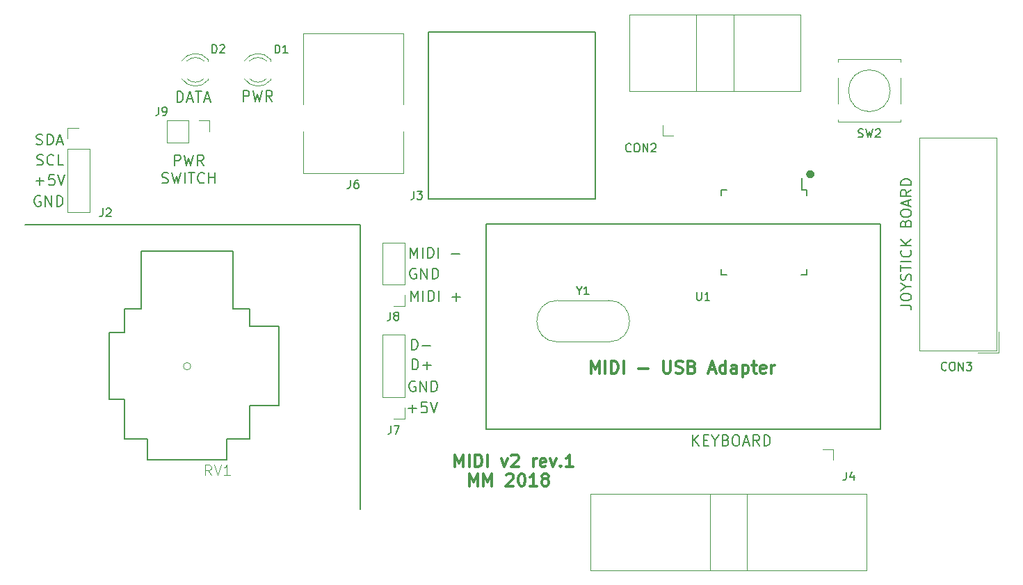
<source format=gbr>
G04 #@! TF.GenerationSoftware,KiCad,Pcbnew,5.0.0-fee4fd1~66~ubuntu18.04.1*
G04 #@! TF.CreationDate,2018-10-11T22:40:23+02:00*
G04 #@! TF.ProjectId,midi-v2-circuit,6D6964692D76322D636972637569742E,rev?*
G04 #@! TF.SameCoordinates,Original*
G04 #@! TF.FileFunction,Legend,Top*
G04 #@! TF.FilePolarity,Positive*
%FSLAX46Y46*%
G04 Gerber Fmt 4.6, Leading zero omitted, Abs format (unit mm)*
G04 Created by KiCad (PCBNEW 5.0.0-fee4fd1~66~ubuntu18.04.1) date Thu Oct 11 22:40:23 2018*
%MOMM*%
%LPD*%
G01*
G04 APERTURE LIST*
%ADD10C,0.200000*%
%ADD11C,1.000000*%
%ADD12C,0.300000*%
%ADD13C,0.203200*%
%ADD14C,0.101600*%
%ADD15C,0.120000*%
%ADD16C,0.150000*%
G04 APERTURE END LIST*
D10*
X183895295Y-87063123D02*
X184823866Y-87063123D01*
X185009580Y-87125028D01*
X185133390Y-87248838D01*
X185195295Y-87434552D01*
X185195295Y-87558361D01*
X183895295Y-86196457D02*
X183895295Y-85948838D01*
X183957200Y-85825028D01*
X184081009Y-85701219D01*
X184328628Y-85639314D01*
X184761961Y-85639314D01*
X185009580Y-85701219D01*
X185133390Y-85825028D01*
X185195295Y-85948838D01*
X185195295Y-86196457D01*
X185133390Y-86320266D01*
X185009580Y-86444076D01*
X184761961Y-86505980D01*
X184328628Y-86505980D01*
X184081009Y-86444076D01*
X183957200Y-86320266D01*
X183895295Y-86196457D01*
X184576247Y-84834552D02*
X185195295Y-84834552D01*
X183895295Y-85267885D02*
X184576247Y-84834552D01*
X183895295Y-84401219D01*
X185133390Y-84029790D02*
X185195295Y-83844076D01*
X185195295Y-83534552D01*
X185133390Y-83410742D01*
X185071485Y-83348838D01*
X184947676Y-83286933D01*
X184823866Y-83286933D01*
X184700057Y-83348838D01*
X184638152Y-83410742D01*
X184576247Y-83534552D01*
X184514342Y-83782171D01*
X184452438Y-83905980D01*
X184390533Y-83967885D01*
X184266723Y-84029790D01*
X184142914Y-84029790D01*
X184019104Y-83967885D01*
X183957200Y-83905980D01*
X183895295Y-83782171D01*
X183895295Y-83472647D01*
X183957200Y-83286933D01*
X183895295Y-82915504D02*
X183895295Y-82172647D01*
X185195295Y-82544076D02*
X183895295Y-82544076D01*
X185195295Y-81739314D02*
X183895295Y-81739314D01*
X185071485Y-80377409D02*
X185133390Y-80439314D01*
X185195295Y-80625028D01*
X185195295Y-80748838D01*
X185133390Y-80934552D01*
X185009580Y-81058361D01*
X184885771Y-81120266D01*
X184638152Y-81182171D01*
X184452438Y-81182171D01*
X184204819Y-81120266D01*
X184081009Y-81058361D01*
X183957200Y-80934552D01*
X183895295Y-80748838D01*
X183895295Y-80625028D01*
X183957200Y-80439314D01*
X184019104Y-80377409D01*
X185195295Y-79820266D02*
X183895295Y-79820266D01*
X185195295Y-79077409D02*
X184452438Y-79634552D01*
X183895295Y-79077409D02*
X184638152Y-79820266D01*
X184514342Y-77096457D02*
X184576247Y-76910742D01*
X184638152Y-76848838D01*
X184761961Y-76786933D01*
X184947676Y-76786933D01*
X185071485Y-76848838D01*
X185133390Y-76910742D01*
X185195295Y-77034552D01*
X185195295Y-77529790D01*
X183895295Y-77529790D01*
X183895295Y-77096457D01*
X183957200Y-76972647D01*
X184019104Y-76910742D01*
X184142914Y-76848838D01*
X184266723Y-76848838D01*
X184390533Y-76910742D01*
X184452438Y-76972647D01*
X184514342Y-77096457D01*
X184514342Y-77529790D01*
X183895295Y-75982171D02*
X183895295Y-75734552D01*
X183957200Y-75610742D01*
X184081009Y-75486933D01*
X184328628Y-75425028D01*
X184761961Y-75425028D01*
X185009580Y-75486933D01*
X185133390Y-75610742D01*
X185195295Y-75734552D01*
X185195295Y-75982171D01*
X185133390Y-76105980D01*
X185009580Y-76229790D01*
X184761961Y-76291695D01*
X184328628Y-76291695D01*
X184081009Y-76229790D01*
X183957200Y-76105980D01*
X183895295Y-75982171D01*
X184823866Y-74929790D02*
X184823866Y-74310742D01*
X185195295Y-75053600D02*
X183895295Y-74620266D01*
X185195295Y-74186933D01*
X185195295Y-73010742D02*
X184576247Y-73444076D01*
X185195295Y-73753600D02*
X183895295Y-73753600D01*
X183895295Y-73258361D01*
X183957200Y-73134552D01*
X184019104Y-73072647D01*
X184142914Y-73010742D01*
X184328628Y-73010742D01*
X184452438Y-73072647D01*
X184514342Y-73134552D01*
X184576247Y-73258361D01*
X184576247Y-73753600D01*
X185195295Y-72453600D02*
X183895295Y-72453600D01*
X183895295Y-72144076D01*
X183957200Y-71958361D01*
X184081009Y-71834552D01*
X184204819Y-71772647D01*
X184452438Y-71710742D01*
X184638152Y-71710742D01*
X184885771Y-71772647D01*
X185009580Y-71834552D01*
X185133390Y-71958361D01*
X185195295Y-72144076D01*
X185195295Y-72453600D01*
X158597390Y-104169295D02*
X158597390Y-102869295D01*
X159340247Y-104169295D02*
X158783104Y-103426438D01*
X159340247Y-102869295D02*
X158597390Y-103612152D01*
X159897390Y-103488342D02*
X160330723Y-103488342D01*
X160516438Y-104169295D02*
X159897390Y-104169295D01*
X159897390Y-102869295D01*
X160516438Y-102869295D01*
X161321200Y-103550247D02*
X161321200Y-104169295D01*
X160887866Y-102869295D02*
X161321200Y-103550247D01*
X161754533Y-102869295D01*
X162621200Y-103488342D02*
X162806914Y-103550247D01*
X162868819Y-103612152D01*
X162930723Y-103735961D01*
X162930723Y-103921676D01*
X162868819Y-104045485D01*
X162806914Y-104107390D01*
X162683104Y-104169295D01*
X162187866Y-104169295D01*
X162187866Y-102869295D01*
X162621200Y-102869295D01*
X162745009Y-102931200D01*
X162806914Y-102993104D01*
X162868819Y-103116914D01*
X162868819Y-103240723D01*
X162806914Y-103364533D01*
X162745009Y-103426438D01*
X162621200Y-103488342D01*
X162187866Y-103488342D01*
X163735485Y-102869295D02*
X163983104Y-102869295D01*
X164106914Y-102931200D01*
X164230723Y-103055009D01*
X164292628Y-103302628D01*
X164292628Y-103735961D01*
X164230723Y-103983580D01*
X164106914Y-104107390D01*
X163983104Y-104169295D01*
X163735485Y-104169295D01*
X163611676Y-104107390D01*
X163487866Y-103983580D01*
X163425961Y-103735961D01*
X163425961Y-103302628D01*
X163487866Y-103055009D01*
X163611676Y-102931200D01*
X163735485Y-102869295D01*
X164787866Y-103797866D02*
X165406914Y-103797866D01*
X164664057Y-104169295D02*
X165097390Y-102869295D01*
X165530723Y-104169295D01*
X166706914Y-104169295D02*
X166273580Y-103550247D01*
X165964057Y-104169295D02*
X165964057Y-102869295D01*
X166459295Y-102869295D01*
X166583104Y-102931200D01*
X166645009Y-102993104D01*
X166706914Y-103116914D01*
X166706914Y-103302628D01*
X166645009Y-103426438D01*
X166583104Y-103488342D01*
X166459295Y-103550247D01*
X165964057Y-103550247D01*
X167264057Y-104169295D02*
X167264057Y-102869295D01*
X167573580Y-102869295D01*
X167759295Y-102931200D01*
X167883104Y-103055009D01*
X167945009Y-103178819D01*
X168006914Y-103426438D01*
X168006914Y-103612152D01*
X167945009Y-103859771D01*
X167883104Y-103983580D01*
X167759295Y-104107390D01*
X167573580Y-104169295D01*
X167264057Y-104169295D01*
X124277019Y-86567095D02*
X124277019Y-85267095D01*
X124710352Y-86195666D01*
X125143685Y-85267095D01*
X125143685Y-86567095D01*
X125762733Y-86567095D02*
X125762733Y-85267095D01*
X126381780Y-86567095D02*
X126381780Y-85267095D01*
X126691304Y-85267095D01*
X126877019Y-85329000D01*
X127000828Y-85452809D01*
X127062733Y-85576619D01*
X127124638Y-85824238D01*
X127124638Y-86009952D01*
X127062733Y-86257571D01*
X127000828Y-86381380D01*
X126877019Y-86505190D01*
X126691304Y-86567095D01*
X126381780Y-86567095D01*
X127681780Y-86567095D02*
X127681780Y-85267095D01*
X129291304Y-86071857D02*
X130281780Y-86071857D01*
X129786542Y-86567095D02*
X129786542Y-85576619D01*
X124200819Y-81334695D02*
X124200819Y-80034695D01*
X124634152Y-80963266D01*
X125067485Y-80034695D01*
X125067485Y-81334695D01*
X125686533Y-81334695D02*
X125686533Y-80034695D01*
X126305580Y-81334695D02*
X126305580Y-80034695D01*
X126615104Y-80034695D01*
X126800819Y-80096600D01*
X126924628Y-80220409D01*
X126986533Y-80344219D01*
X127048438Y-80591838D01*
X127048438Y-80777552D01*
X126986533Y-81025171D01*
X126924628Y-81148980D01*
X126800819Y-81272790D01*
X126615104Y-81334695D01*
X126305580Y-81334695D01*
X127605580Y-81334695D02*
X127605580Y-80034695D01*
X129215104Y-80839457D02*
X130205580Y-80839457D01*
X124891923Y-82628400D02*
X124768114Y-82566495D01*
X124582400Y-82566495D01*
X124396685Y-82628400D01*
X124272876Y-82752209D01*
X124210971Y-82876019D01*
X124149066Y-83123638D01*
X124149066Y-83309352D01*
X124210971Y-83556971D01*
X124272876Y-83680780D01*
X124396685Y-83804590D01*
X124582400Y-83866495D01*
X124706209Y-83866495D01*
X124891923Y-83804590D01*
X124953828Y-83742685D01*
X124953828Y-83309352D01*
X124706209Y-83309352D01*
X125510971Y-83866495D02*
X125510971Y-82566495D01*
X126253828Y-83866495D01*
X126253828Y-82566495D01*
X126872876Y-83866495D02*
X126872876Y-82566495D01*
X127182400Y-82566495D01*
X127368114Y-82628400D01*
X127491923Y-82752209D01*
X127553828Y-82876019D01*
X127615733Y-83123638D01*
X127615733Y-83309352D01*
X127553828Y-83556971D01*
X127491923Y-83680780D01*
X127368114Y-83804590D01*
X127182400Y-83866495D01*
X126872876Y-83866495D01*
X124790323Y-96344400D02*
X124666514Y-96282495D01*
X124480800Y-96282495D01*
X124295085Y-96344400D01*
X124171276Y-96468209D01*
X124109371Y-96592019D01*
X124047466Y-96839638D01*
X124047466Y-97025352D01*
X124109371Y-97272971D01*
X124171276Y-97396780D01*
X124295085Y-97520590D01*
X124480800Y-97582495D01*
X124604609Y-97582495D01*
X124790323Y-97520590D01*
X124852228Y-97458685D01*
X124852228Y-97025352D01*
X124604609Y-97025352D01*
X125409371Y-97582495D02*
X125409371Y-96282495D01*
X126152228Y-97582495D01*
X126152228Y-96282495D01*
X126771276Y-97582495D02*
X126771276Y-96282495D01*
X127080800Y-96282495D01*
X127266514Y-96344400D01*
X127390323Y-96468209D01*
X127452228Y-96592019D01*
X127514133Y-96839638D01*
X127514133Y-97025352D01*
X127452228Y-97272971D01*
X127390323Y-97396780D01*
X127266514Y-97520590D01*
X127080800Y-97582495D01*
X126771276Y-97582495D01*
X123982371Y-99652657D02*
X124972847Y-99652657D01*
X124477609Y-100147895D02*
X124477609Y-99157419D01*
X126210942Y-98847895D02*
X125591895Y-98847895D01*
X125529990Y-99466942D01*
X125591895Y-99405038D01*
X125715704Y-99343133D01*
X126025228Y-99343133D01*
X126149038Y-99405038D01*
X126210942Y-99466942D01*
X126272847Y-99590752D01*
X126272847Y-99900276D01*
X126210942Y-100024085D01*
X126149038Y-100085990D01*
X126025228Y-100147895D01*
X125715704Y-100147895D01*
X125591895Y-100085990D01*
X125529990Y-100024085D01*
X126644276Y-98847895D02*
X127077609Y-100147895D01*
X127510942Y-98847895D01*
X124432361Y-94898295D02*
X124432361Y-93598295D01*
X124741885Y-93598295D01*
X124927600Y-93660200D01*
X125051409Y-93784009D01*
X125113314Y-93907819D01*
X125175219Y-94155438D01*
X125175219Y-94341152D01*
X125113314Y-94588771D01*
X125051409Y-94712580D01*
X124927600Y-94836390D01*
X124741885Y-94898295D01*
X124432361Y-94898295D01*
X125732361Y-94403057D02*
X126722838Y-94403057D01*
X126227600Y-94898295D02*
X126227600Y-93907819D01*
X124381561Y-92510695D02*
X124381561Y-91210695D01*
X124691085Y-91210695D01*
X124876800Y-91272600D01*
X125000609Y-91396409D01*
X125062514Y-91520219D01*
X125124419Y-91767838D01*
X125124419Y-91953552D01*
X125062514Y-92201171D01*
X125000609Y-92324980D01*
X124876800Y-92448790D01*
X124691085Y-92510695D01*
X124381561Y-92510695D01*
X125681561Y-92015457D02*
X126672038Y-92015457D01*
X95497866Y-70074295D02*
X95497866Y-68774295D01*
X95993104Y-68774295D01*
X96116914Y-68836200D01*
X96178819Y-68898104D01*
X96240723Y-69021914D01*
X96240723Y-69207628D01*
X96178819Y-69331438D01*
X96116914Y-69393342D01*
X95993104Y-69455247D01*
X95497866Y-69455247D01*
X96674057Y-68774295D02*
X96983580Y-70074295D01*
X97231200Y-69145723D01*
X97478819Y-70074295D01*
X97788342Y-68774295D01*
X99026438Y-70074295D02*
X98593104Y-69455247D01*
X98283580Y-70074295D02*
X98283580Y-68774295D01*
X98778819Y-68774295D01*
X98902628Y-68836200D01*
X98964533Y-68898104D01*
X99026438Y-69021914D01*
X99026438Y-69207628D01*
X98964533Y-69331438D01*
X98902628Y-69393342D01*
X98778819Y-69455247D01*
X98283580Y-69455247D01*
X93981200Y-72162390D02*
X94166914Y-72224295D01*
X94476438Y-72224295D01*
X94600247Y-72162390D01*
X94662152Y-72100485D01*
X94724057Y-71976676D01*
X94724057Y-71852866D01*
X94662152Y-71729057D01*
X94600247Y-71667152D01*
X94476438Y-71605247D01*
X94228819Y-71543342D01*
X94105009Y-71481438D01*
X94043104Y-71419533D01*
X93981200Y-71295723D01*
X93981200Y-71171914D01*
X94043104Y-71048104D01*
X94105009Y-70986200D01*
X94228819Y-70924295D01*
X94538342Y-70924295D01*
X94724057Y-70986200D01*
X95157390Y-70924295D02*
X95466914Y-72224295D01*
X95714533Y-71295723D01*
X95962152Y-72224295D01*
X96271676Y-70924295D01*
X96766914Y-72224295D02*
X96766914Y-70924295D01*
X97200247Y-70924295D02*
X97943104Y-70924295D01*
X97571676Y-72224295D02*
X97571676Y-70924295D01*
X99119295Y-72100485D02*
X99057390Y-72162390D01*
X98871676Y-72224295D01*
X98747866Y-72224295D01*
X98562152Y-72162390D01*
X98438342Y-72038580D01*
X98376438Y-71914771D01*
X98314533Y-71667152D01*
X98314533Y-71481438D01*
X98376438Y-71233819D01*
X98438342Y-71110009D01*
X98562152Y-70986200D01*
X98747866Y-70924295D01*
X98871676Y-70924295D01*
X99057390Y-70986200D01*
X99119295Y-71048104D01*
X99676438Y-72224295D02*
X99676438Y-70924295D01*
X99676438Y-71543342D02*
X100419295Y-71543342D01*
X100419295Y-72224295D02*
X100419295Y-70924295D01*
X95814600Y-62335495D02*
X95814600Y-61035495D01*
X96124123Y-61035495D01*
X96309838Y-61097400D01*
X96433647Y-61221209D01*
X96495552Y-61345019D01*
X96557457Y-61592638D01*
X96557457Y-61778352D01*
X96495552Y-62025971D01*
X96433647Y-62149780D01*
X96309838Y-62273590D01*
X96124123Y-62335495D01*
X95814600Y-62335495D01*
X97052695Y-61964066D02*
X97671742Y-61964066D01*
X96928885Y-62335495D02*
X97362219Y-61035495D01*
X97795552Y-62335495D01*
X98043171Y-61035495D02*
X98786028Y-61035495D01*
X98414600Y-62335495D02*
X98414600Y-61035495D01*
X99157457Y-61964066D02*
X99776504Y-61964066D01*
X99033647Y-62335495D02*
X99466980Y-61035495D01*
X99900314Y-62335495D01*
X103854466Y-62259295D02*
X103854466Y-60959295D01*
X104349704Y-60959295D01*
X104473514Y-61021200D01*
X104535419Y-61083104D01*
X104597323Y-61206914D01*
X104597323Y-61392628D01*
X104535419Y-61516438D01*
X104473514Y-61578342D01*
X104349704Y-61640247D01*
X103854466Y-61640247D01*
X105030657Y-60959295D02*
X105340180Y-62259295D01*
X105587800Y-61330723D01*
X105835419Y-62259295D01*
X106144942Y-60959295D01*
X107383038Y-62259295D02*
X106949704Y-61640247D01*
X106640180Y-62259295D02*
X106640180Y-60959295D01*
X107135419Y-60959295D01*
X107259228Y-61021200D01*
X107321133Y-61083104D01*
X107383038Y-61206914D01*
X107383038Y-61392628D01*
X107321133Y-61516438D01*
X107259228Y-61578342D01*
X107135419Y-61640247D01*
X106640180Y-61640247D01*
X79171923Y-73789200D02*
X79048114Y-73727295D01*
X78862400Y-73727295D01*
X78676685Y-73789200D01*
X78552876Y-73913009D01*
X78490971Y-74036819D01*
X78429066Y-74284438D01*
X78429066Y-74470152D01*
X78490971Y-74717771D01*
X78552876Y-74841580D01*
X78676685Y-74965390D01*
X78862400Y-75027295D01*
X78986209Y-75027295D01*
X79171923Y-74965390D01*
X79233828Y-74903485D01*
X79233828Y-74470152D01*
X78986209Y-74470152D01*
X79790971Y-75027295D02*
X79790971Y-73727295D01*
X80533828Y-75027295D01*
X80533828Y-73727295D01*
X81152876Y-75027295D02*
X81152876Y-73727295D01*
X81462400Y-73727295D01*
X81648114Y-73789200D01*
X81771923Y-73913009D01*
X81833828Y-74036819D01*
X81895733Y-74284438D01*
X81895733Y-74470152D01*
X81833828Y-74717771D01*
X81771923Y-74841580D01*
X81648114Y-74965390D01*
X81462400Y-75027295D01*
X81152876Y-75027295D01*
X78617971Y-71966657D02*
X79608447Y-71966657D01*
X79113209Y-72461895D02*
X79113209Y-71471419D01*
X80846542Y-71161895D02*
X80227495Y-71161895D01*
X80165590Y-71780942D01*
X80227495Y-71719038D01*
X80351304Y-71657133D01*
X80660828Y-71657133D01*
X80784638Y-71719038D01*
X80846542Y-71780942D01*
X80908447Y-71904752D01*
X80908447Y-72214276D01*
X80846542Y-72338085D01*
X80784638Y-72399990D01*
X80660828Y-72461895D01*
X80351304Y-72461895D01*
X80227495Y-72399990D01*
X80165590Y-72338085D01*
X81279876Y-71161895D02*
X81713209Y-72461895D01*
X82146542Y-71161895D01*
X78741780Y-69961590D02*
X78927495Y-70023495D01*
X79237019Y-70023495D01*
X79360828Y-69961590D01*
X79422733Y-69899685D01*
X79484638Y-69775876D01*
X79484638Y-69652066D01*
X79422733Y-69528257D01*
X79360828Y-69466352D01*
X79237019Y-69404447D01*
X78989400Y-69342542D01*
X78865590Y-69280638D01*
X78803685Y-69218733D01*
X78741780Y-69094923D01*
X78741780Y-68971114D01*
X78803685Y-68847304D01*
X78865590Y-68785400D01*
X78989400Y-68723495D01*
X79298923Y-68723495D01*
X79484638Y-68785400D01*
X80784638Y-69899685D02*
X80722733Y-69961590D01*
X80537019Y-70023495D01*
X80413209Y-70023495D01*
X80227495Y-69961590D01*
X80103685Y-69837780D01*
X80041780Y-69713971D01*
X79979876Y-69466352D01*
X79979876Y-69280638D01*
X80041780Y-69033019D01*
X80103685Y-68909209D01*
X80227495Y-68785400D01*
X80413209Y-68723495D01*
X80537019Y-68723495D01*
X80722733Y-68785400D01*
X80784638Y-68847304D01*
X81960828Y-70023495D02*
X81341780Y-70023495D01*
X81341780Y-68723495D01*
X78685428Y-67480590D02*
X78871142Y-67542495D01*
X79180666Y-67542495D01*
X79304476Y-67480590D01*
X79366380Y-67418685D01*
X79428285Y-67294876D01*
X79428285Y-67171066D01*
X79366380Y-67047257D01*
X79304476Y-66985352D01*
X79180666Y-66923447D01*
X78933047Y-66861542D01*
X78809238Y-66799638D01*
X78747333Y-66737733D01*
X78685428Y-66613923D01*
X78685428Y-66490114D01*
X78747333Y-66366304D01*
X78809238Y-66304400D01*
X78933047Y-66242495D01*
X79242571Y-66242495D01*
X79428285Y-66304400D01*
X79985428Y-67542495D02*
X79985428Y-66242495D01*
X80294952Y-66242495D01*
X80480666Y-66304400D01*
X80604476Y-66428209D01*
X80666380Y-66552019D01*
X80728285Y-66799638D01*
X80728285Y-66985352D01*
X80666380Y-67232971D01*
X80604476Y-67356780D01*
X80480666Y-67480590D01*
X80294952Y-67542495D01*
X79985428Y-67542495D01*
X81223523Y-67171066D02*
X81842571Y-67171066D01*
X81099714Y-67542495D02*
X81533047Y-66242495D01*
X81966380Y-67542495D01*
D11*
X172901000Y-71120000D02*
G75*
G03X172901000Y-71120000I-1600J0D01*
G01*
D10*
X118110000Y-111912400D02*
X118110000Y-77292200D01*
X118110000Y-77292200D02*
X77317600Y-77292200D01*
D12*
X131409085Y-109060371D02*
X131409085Y-107560371D01*
X131909085Y-108631800D01*
X132409085Y-107560371D01*
X132409085Y-109060371D01*
X133123371Y-109060371D02*
X133123371Y-107560371D01*
X133623371Y-108631800D01*
X134123371Y-107560371D01*
X134123371Y-109060371D01*
X135909085Y-107703228D02*
X135980514Y-107631800D01*
X136123371Y-107560371D01*
X136480514Y-107560371D01*
X136623371Y-107631800D01*
X136694800Y-107703228D01*
X136766228Y-107846085D01*
X136766228Y-107988942D01*
X136694800Y-108203228D01*
X135837657Y-109060371D01*
X136766228Y-109060371D01*
X137694800Y-107560371D02*
X137837657Y-107560371D01*
X137980514Y-107631800D01*
X138051942Y-107703228D01*
X138123371Y-107846085D01*
X138194800Y-108131800D01*
X138194800Y-108488942D01*
X138123371Y-108774657D01*
X138051942Y-108917514D01*
X137980514Y-108988942D01*
X137837657Y-109060371D01*
X137694800Y-109060371D01*
X137551942Y-108988942D01*
X137480514Y-108917514D01*
X137409085Y-108774657D01*
X137337657Y-108488942D01*
X137337657Y-108131800D01*
X137409085Y-107846085D01*
X137480514Y-107703228D01*
X137551942Y-107631800D01*
X137694800Y-107560371D01*
X139623371Y-109060371D02*
X138766228Y-109060371D01*
X139194800Y-109060371D02*
X139194800Y-107560371D01*
X139051942Y-107774657D01*
X138909085Y-107917514D01*
X138766228Y-107988942D01*
X140480514Y-108203228D02*
X140337657Y-108131800D01*
X140266228Y-108060371D01*
X140194800Y-107917514D01*
X140194800Y-107846085D01*
X140266228Y-107703228D01*
X140337657Y-107631800D01*
X140480514Y-107560371D01*
X140766228Y-107560371D01*
X140909085Y-107631800D01*
X140980514Y-107703228D01*
X141051942Y-107846085D01*
X141051942Y-107917514D01*
X140980514Y-108060371D01*
X140909085Y-108131800D01*
X140766228Y-108203228D01*
X140480514Y-108203228D01*
X140337657Y-108274657D01*
X140266228Y-108346085D01*
X140194800Y-108488942D01*
X140194800Y-108774657D01*
X140266228Y-108917514D01*
X140337657Y-108988942D01*
X140480514Y-109060371D01*
X140766228Y-109060371D01*
X140909085Y-108988942D01*
X140980514Y-108917514D01*
X141051942Y-108774657D01*
X141051942Y-108488942D01*
X140980514Y-108346085D01*
X140909085Y-108274657D01*
X140766228Y-108203228D01*
X146230771Y-95344371D02*
X146230771Y-93844371D01*
X146730771Y-94915800D01*
X147230771Y-93844371D01*
X147230771Y-95344371D01*
X147945057Y-95344371D02*
X147945057Y-93844371D01*
X148659342Y-95344371D02*
X148659342Y-93844371D01*
X149016485Y-93844371D01*
X149230771Y-93915800D01*
X149373628Y-94058657D01*
X149445057Y-94201514D01*
X149516485Y-94487228D01*
X149516485Y-94701514D01*
X149445057Y-94987228D01*
X149373628Y-95130085D01*
X149230771Y-95272942D01*
X149016485Y-95344371D01*
X148659342Y-95344371D01*
X150159342Y-95344371D02*
X150159342Y-93844371D01*
X152016485Y-94772942D02*
X153159342Y-94772942D01*
X155016485Y-93844371D02*
X155016485Y-95058657D01*
X155087914Y-95201514D01*
X155159342Y-95272942D01*
X155302200Y-95344371D01*
X155587914Y-95344371D01*
X155730771Y-95272942D01*
X155802200Y-95201514D01*
X155873628Y-95058657D01*
X155873628Y-93844371D01*
X156516485Y-95272942D02*
X156730771Y-95344371D01*
X157087914Y-95344371D01*
X157230771Y-95272942D01*
X157302200Y-95201514D01*
X157373628Y-95058657D01*
X157373628Y-94915800D01*
X157302200Y-94772942D01*
X157230771Y-94701514D01*
X157087914Y-94630085D01*
X156802200Y-94558657D01*
X156659342Y-94487228D01*
X156587914Y-94415800D01*
X156516485Y-94272942D01*
X156516485Y-94130085D01*
X156587914Y-93987228D01*
X156659342Y-93915800D01*
X156802200Y-93844371D01*
X157159342Y-93844371D01*
X157373628Y-93915800D01*
X158516485Y-94558657D02*
X158730771Y-94630085D01*
X158802200Y-94701514D01*
X158873628Y-94844371D01*
X158873628Y-95058657D01*
X158802200Y-95201514D01*
X158730771Y-95272942D01*
X158587914Y-95344371D01*
X158016485Y-95344371D01*
X158016485Y-93844371D01*
X158516485Y-93844371D01*
X158659342Y-93915800D01*
X158730771Y-93987228D01*
X158802200Y-94130085D01*
X158802200Y-94272942D01*
X158730771Y-94415800D01*
X158659342Y-94487228D01*
X158516485Y-94558657D01*
X158016485Y-94558657D01*
X160587914Y-94915800D02*
X161302200Y-94915800D01*
X160445057Y-95344371D02*
X160945057Y-93844371D01*
X161445057Y-95344371D01*
X162587914Y-95344371D02*
X162587914Y-93844371D01*
X162587914Y-95272942D02*
X162445057Y-95344371D01*
X162159342Y-95344371D01*
X162016485Y-95272942D01*
X161945057Y-95201514D01*
X161873628Y-95058657D01*
X161873628Y-94630085D01*
X161945057Y-94487228D01*
X162016485Y-94415800D01*
X162159342Y-94344371D01*
X162445057Y-94344371D01*
X162587914Y-94415800D01*
X163945057Y-95344371D02*
X163945057Y-94558657D01*
X163873628Y-94415800D01*
X163730771Y-94344371D01*
X163445057Y-94344371D01*
X163302200Y-94415800D01*
X163945057Y-95272942D02*
X163802200Y-95344371D01*
X163445057Y-95344371D01*
X163302200Y-95272942D01*
X163230771Y-95130085D01*
X163230771Y-94987228D01*
X163302200Y-94844371D01*
X163445057Y-94772942D01*
X163802200Y-94772942D01*
X163945057Y-94701514D01*
X164659342Y-94344371D02*
X164659342Y-95844371D01*
X164659342Y-94415800D02*
X164802200Y-94344371D01*
X165087914Y-94344371D01*
X165230771Y-94415800D01*
X165302200Y-94487228D01*
X165373628Y-94630085D01*
X165373628Y-95058657D01*
X165302200Y-95201514D01*
X165230771Y-95272942D01*
X165087914Y-95344371D01*
X164802200Y-95344371D01*
X164659342Y-95272942D01*
X165802200Y-94344371D02*
X166373628Y-94344371D01*
X166016485Y-93844371D02*
X166016485Y-95130085D01*
X166087914Y-95272942D01*
X166230771Y-95344371D01*
X166373628Y-95344371D01*
X167445057Y-95272942D02*
X167302200Y-95344371D01*
X167016485Y-95344371D01*
X166873628Y-95272942D01*
X166802200Y-95130085D01*
X166802200Y-94558657D01*
X166873628Y-94415800D01*
X167016485Y-94344371D01*
X167302200Y-94344371D01*
X167445057Y-94415800D01*
X167516485Y-94558657D01*
X167516485Y-94701514D01*
X166802200Y-94844371D01*
X168159342Y-95344371D02*
X168159342Y-94344371D01*
X168159342Y-94630085D02*
X168230771Y-94487228D01*
X168302200Y-94415800D01*
X168445057Y-94344371D01*
X168587914Y-94344371D01*
X129661542Y-106748971D02*
X129661542Y-105248971D01*
X130161542Y-106320400D01*
X130661542Y-105248971D01*
X130661542Y-106748971D01*
X131375828Y-106748971D02*
X131375828Y-105248971D01*
X132090114Y-106748971D02*
X132090114Y-105248971D01*
X132447257Y-105248971D01*
X132661542Y-105320400D01*
X132804400Y-105463257D01*
X132875828Y-105606114D01*
X132947257Y-105891828D01*
X132947257Y-106106114D01*
X132875828Y-106391828D01*
X132804400Y-106534685D01*
X132661542Y-106677542D01*
X132447257Y-106748971D01*
X132090114Y-106748971D01*
X133590114Y-106748971D02*
X133590114Y-105248971D01*
X135304400Y-105748971D02*
X135661542Y-106748971D01*
X136018685Y-105748971D01*
X136518685Y-105391828D02*
X136590114Y-105320400D01*
X136732971Y-105248971D01*
X137090114Y-105248971D01*
X137232971Y-105320400D01*
X137304400Y-105391828D01*
X137375828Y-105534685D01*
X137375828Y-105677542D01*
X137304400Y-105891828D01*
X136447257Y-106748971D01*
X137375828Y-106748971D01*
X139161542Y-106748971D02*
X139161542Y-105748971D01*
X139161542Y-106034685D02*
X139232971Y-105891828D01*
X139304400Y-105820400D01*
X139447257Y-105748971D01*
X139590114Y-105748971D01*
X140661542Y-106677542D02*
X140518685Y-106748971D01*
X140232971Y-106748971D01*
X140090114Y-106677542D01*
X140018685Y-106534685D01*
X140018685Y-105963257D01*
X140090114Y-105820400D01*
X140232971Y-105748971D01*
X140518685Y-105748971D01*
X140661542Y-105820400D01*
X140732971Y-105963257D01*
X140732971Y-106106114D01*
X140018685Y-106248971D01*
X141232971Y-105748971D02*
X141590114Y-106748971D01*
X141947257Y-105748971D01*
X142518685Y-106606114D02*
X142590114Y-106677542D01*
X142518685Y-106748971D01*
X142447257Y-106677542D01*
X142518685Y-106606114D01*
X142518685Y-106748971D01*
X144018685Y-106748971D02*
X143161542Y-106748971D01*
X143590114Y-106748971D02*
X143590114Y-105248971D01*
X143447257Y-105463257D01*
X143304400Y-105606114D01*
X143161542Y-105677542D01*
D10*
X133400800Y-77152500D02*
X133400800Y-102171500D01*
X181406800Y-77152500D02*
X133400800Y-77152500D01*
X181406800Y-102171500D02*
X181406800Y-77152500D01*
X133400800Y-102171500D02*
X181406800Y-102171500D01*
D13*
G04 #@! TO.C,RV1*
X91440000Y-80518000D02*
X102616000Y-80518000D01*
X92202000Y-105918000D02*
X101854000Y-105918000D01*
X92202000Y-105918000D02*
X92202000Y-103378000D01*
X101854000Y-105918000D02*
X101854000Y-103378000D01*
X92202000Y-103378000D02*
X89408000Y-103378000D01*
X101854000Y-103378000D02*
X104648000Y-103378000D01*
X87503000Y-90424000D02*
X87503000Y-98552000D01*
X89408000Y-90424000D02*
X89408000Y-87503000D01*
X89408000Y-98552000D02*
X89408000Y-103378000D01*
X89408000Y-90424000D02*
X87503000Y-90424000D01*
X89408000Y-98552000D02*
X87503000Y-98552000D01*
X89408000Y-87503000D02*
X91440000Y-87503000D01*
X102616000Y-87503000D02*
X104648000Y-87503000D01*
X91440000Y-80518000D02*
X91440000Y-87503000D01*
X102616000Y-80518000D02*
X102616000Y-87503000D01*
X104648000Y-89662000D02*
X108204000Y-89662000D01*
X104648000Y-99314000D02*
X108204000Y-99314000D01*
X108204000Y-89662000D02*
X108204000Y-99314000D01*
X104648000Y-89662000D02*
X104648000Y-87503000D01*
X104648000Y-99314000D02*
X104648000Y-103378000D01*
D14*
X97477013Y-94488000D02*
G75*
G03X97477013Y-94488000I-449013J0D01*
G01*
D15*
G04 #@! TO.C,SW2*
X176276000Y-57150000D02*
X183896000Y-57150000D01*
X183896000Y-57150000D02*
X183896000Y-57450000D01*
X183896000Y-64770000D02*
X176276000Y-64770000D01*
X176276000Y-57150000D02*
X176276000Y-57450000D01*
X183896000Y-59390000D02*
X183896000Y-62530000D01*
X176276000Y-59390000D02*
X176276000Y-62530000D01*
X183896000Y-64470000D02*
X183896000Y-64770000D01*
X176276000Y-64470000D02*
X176276000Y-64770000D01*
X182626000Y-60960000D02*
G75*
G03X182626000Y-60960000I-2540000J0D01*
G01*
G04 #@! TO.C,J7*
X123504000Y-90618000D02*
X120844000Y-90618000D01*
X123504000Y-98298000D02*
X123504000Y-90618000D01*
X120844000Y-98298000D02*
X120844000Y-90618000D01*
X123504000Y-98298000D02*
X120844000Y-98298000D01*
X123504000Y-99568000D02*
X123504000Y-100898000D01*
X123504000Y-100898000D02*
X122174000Y-100898000D01*
G04 #@! TO.C,Y1*
X148376000Y-91526600D02*
X142126000Y-91526600D01*
X148376000Y-86476600D02*
X142126000Y-86476600D01*
X148376000Y-86476600D02*
G75*
G02X148376000Y-91526600I0J-2525000D01*
G01*
X142126000Y-86476600D02*
G75*
G03X142126000Y-91526600I0J-2525000D01*
G01*
G04 #@! TO.C,J8*
X123504000Y-79442000D02*
X120844000Y-79442000D01*
X123504000Y-84582000D02*
X123504000Y-79442000D01*
X120844000Y-84582000D02*
X120844000Y-79442000D01*
X123504000Y-84582000D02*
X120844000Y-84582000D01*
X123504000Y-85852000D02*
X123504000Y-87182000D01*
X123504000Y-87182000D02*
X122174000Y-87182000D01*
G04 #@! TO.C,J9*
X94555000Y-64583000D02*
X94555000Y-67243000D01*
X97155000Y-64583000D02*
X94555000Y-64583000D01*
X97155000Y-67243000D02*
X94555000Y-67243000D01*
X97155000Y-64583000D02*
X97155000Y-67243000D01*
X98425000Y-64583000D02*
X99755000Y-64583000D01*
X99755000Y-64583000D02*
X99755000Y-65913000D01*
G04 #@! TO.C,D1*
X103991665Y-59498608D02*
G75*
G03X107224000Y-59655516I1672335J1078608D01*
G01*
X103991665Y-57341392D02*
G75*
G02X107224000Y-57184484I1672335J-1078608D01*
G01*
X104622870Y-59499837D02*
G75*
G03X106704961Y-59500000I1041130J1079837D01*
G01*
X104622870Y-57340163D02*
G75*
G02X106704961Y-57340000I1041130J-1079837D01*
G01*
X107224000Y-59656000D02*
X107224000Y-59500000D01*
X107224000Y-57340000D02*
X107224000Y-57184000D01*
G04 #@! TO.C,D2*
X96371665Y-59498608D02*
G75*
G03X99604000Y-59655516I1672335J1078608D01*
G01*
X96371665Y-57341392D02*
G75*
G02X99604000Y-57184484I1672335J-1078608D01*
G01*
X97002870Y-59499837D02*
G75*
G03X99084961Y-59500000I1041130J1079837D01*
G01*
X97002870Y-57340163D02*
G75*
G02X99084961Y-57340000I1041130J-1079837D01*
G01*
X99604000Y-59656000D02*
X99604000Y-59500000D01*
X99604000Y-57340000D02*
X99604000Y-57184000D01*
G04 #@! TO.C,J6*
X123352000Y-62612000D02*
X123352000Y-53972000D01*
X123352000Y-70992000D02*
X123352000Y-65912000D01*
X111152000Y-62612000D02*
X111152000Y-53972000D01*
X111152000Y-70992000D02*
X111152000Y-65912000D01*
X111152000Y-53972000D02*
X123352000Y-53972000D01*
X123352000Y-70992000D02*
X111152000Y-70992000D01*
D16*
G04 #@! TO.C,J3*
X126365000Y-74168000D02*
X146685000Y-74168000D01*
X146685000Y-74168000D02*
X146685000Y-53848000D01*
X146685000Y-53848000D02*
X126365000Y-53848000D01*
X126365000Y-53848000D02*
X126365000Y-74168000D01*
D15*
X126405000Y-69938000D02*
X126405000Y-54008000D01*
G04 #@! TO.C,CON2*
X154940000Y-66421000D02*
X156210000Y-66421000D01*
X154940000Y-65151000D02*
X154940000Y-66421000D01*
X150860000Y-51671000D02*
X171720000Y-51671000D01*
X150860000Y-61021000D02*
X150860000Y-51671000D01*
X171720000Y-61021000D02*
X171720000Y-51671000D01*
X171720000Y-61021000D02*
X150860000Y-61021000D01*
X159040000Y-61021000D02*
X159040000Y-51671000D01*
X163540000Y-61021000D02*
X163540000Y-51671000D01*
G04 #@! TO.C,J2*
X82490000Y-75752000D02*
X85150000Y-75752000D01*
X82490000Y-68072000D02*
X82490000Y-75752000D01*
X85150000Y-68072000D02*
X85150000Y-75752000D01*
X82490000Y-68072000D02*
X85150000Y-68072000D01*
X82490000Y-66802000D02*
X82490000Y-65472000D01*
X82490000Y-65472000D02*
X83820000Y-65472000D01*
G04 #@! TO.C,CON3*
X186206000Y-92599000D02*
X186206000Y-66659000D01*
X186206000Y-66659000D02*
X195556000Y-66659000D01*
X195556000Y-66659000D02*
X195556000Y-92599000D01*
X195556000Y-92599000D02*
X186206000Y-92599000D01*
X195806000Y-92849000D02*
X195806000Y-90309000D01*
X195806000Y-92849000D02*
X193266000Y-92849000D01*
D16*
G04 #@! TO.C,U1*
X172442000Y-73044000D02*
X171842000Y-73044000D01*
X172442000Y-83394000D02*
X171772000Y-83394000D01*
X162092000Y-83394000D02*
X162762000Y-83394000D01*
X162092000Y-73044000D02*
X162762000Y-73044000D01*
X172442000Y-73044000D02*
X172442000Y-73714000D01*
X162092000Y-73044000D02*
X162092000Y-73714000D01*
X162092000Y-83394000D02*
X162092000Y-82724000D01*
X172442000Y-83394000D02*
X172442000Y-82724000D01*
X171842000Y-73044000D02*
X171842000Y-71569000D01*
D15*
G04 #@! TO.C,J4*
X175641000Y-104616000D02*
X174371000Y-104616000D01*
X175641000Y-105886000D02*
X175641000Y-104616000D01*
X179721000Y-119366000D02*
X146161000Y-119366000D01*
X179721000Y-110016000D02*
X179721000Y-119366000D01*
X160691000Y-110016000D02*
X160691000Y-119366000D01*
X146161000Y-110016000D02*
X146161000Y-119366000D01*
X146161000Y-110016000D02*
X179721000Y-110016000D01*
X165191000Y-110016000D02*
X165191000Y-119366000D01*
G04 #@! TO.C,RV1*
D14*
X99955047Y-107762523D02*
X99531714Y-107157761D01*
X99229333Y-107762523D02*
X99229333Y-106492523D01*
X99713142Y-106492523D01*
X99834095Y-106553000D01*
X99894571Y-106613476D01*
X99955047Y-106734428D01*
X99955047Y-106915857D01*
X99894571Y-107036809D01*
X99834095Y-107097285D01*
X99713142Y-107157761D01*
X99229333Y-107157761D01*
X100317904Y-106492523D02*
X100741238Y-107762523D01*
X101164571Y-106492523D01*
X102253142Y-107762523D02*
X101527428Y-107762523D01*
X101890285Y-107762523D02*
X101890285Y-106492523D01*
X101769333Y-106673952D01*
X101648380Y-106794904D01*
X101527428Y-106855380D01*
G04 #@! TO.C,SW2*
D16*
X178752666Y-66571761D02*
X178895523Y-66619380D01*
X179133619Y-66619380D01*
X179228857Y-66571761D01*
X179276476Y-66524142D01*
X179324095Y-66428904D01*
X179324095Y-66333666D01*
X179276476Y-66238428D01*
X179228857Y-66190809D01*
X179133619Y-66143190D01*
X178943142Y-66095571D01*
X178847904Y-66047952D01*
X178800285Y-66000333D01*
X178752666Y-65905095D01*
X178752666Y-65809857D01*
X178800285Y-65714619D01*
X178847904Y-65667000D01*
X178943142Y-65619380D01*
X179181238Y-65619380D01*
X179324095Y-65667000D01*
X179657428Y-65619380D02*
X179895523Y-66619380D01*
X180086000Y-65905095D01*
X180276476Y-66619380D01*
X180514571Y-65619380D01*
X180847904Y-65714619D02*
X180895523Y-65667000D01*
X180990761Y-65619380D01*
X181228857Y-65619380D01*
X181324095Y-65667000D01*
X181371714Y-65714619D01*
X181419333Y-65809857D01*
X181419333Y-65905095D01*
X181371714Y-66047952D01*
X180800285Y-66619380D01*
X181419333Y-66619380D01*
G04 #@! TO.C,J7*
X121840666Y-101750880D02*
X121840666Y-102465166D01*
X121793047Y-102608023D01*
X121697809Y-102703261D01*
X121554952Y-102750880D01*
X121459714Y-102750880D01*
X122221619Y-101750880D02*
X122888285Y-101750880D01*
X122459714Y-102750880D01*
G04 #@! TO.C,Y1*
X144761009Y-85294790D02*
X144761009Y-85770980D01*
X144427676Y-84770980D02*
X144761009Y-85294790D01*
X145094342Y-84770980D01*
X145951485Y-85770980D02*
X145380057Y-85770980D01*
X145665771Y-85770980D02*
X145665771Y-84770980D01*
X145570533Y-84913838D01*
X145475295Y-85009076D01*
X145380057Y-85056695D01*
G04 #@! TO.C,J8*
X121777166Y-87907880D02*
X121777166Y-88622166D01*
X121729547Y-88765023D01*
X121634309Y-88860261D01*
X121491452Y-88907880D01*
X121396214Y-88907880D01*
X122396214Y-88336452D02*
X122300976Y-88288833D01*
X122253357Y-88241214D01*
X122205738Y-88145976D01*
X122205738Y-88098357D01*
X122253357Y-88003119D01*
X122300976Y-87955500D01*
X122396214Y-87907880D01*
X122586690Y-87907880D01*
X122681928Y-87955500D01*
X122729547Y-88003119D01*
X122777166Y-88098357D01*
X122777166Y-88145976D01*
X122729547Y-88241214D01*
X122681928Y-88288833D01*
X122586690Y-88336452D01*
X122396214Y-88336452D01*
X122300976Y-88384071D01*
X122253357Y-88431690D01*
X122205738Y-88526928D01*
X122205738Y-88717404D01*
X122253357Y-88812642D01*
X122300976Y-88860261D01*
X122396214Y-88907880D01*
X122586690Y-88907880D01*
X122681928Y-88860261D01*
X122729547Y-88812642D01*
X122777166Y-88717404D01*
X122777166Y-88526928D01*
X122729547Y-88431690D01*
X122681928Y-88384071D01*
X122586690Y-88336452D01*
G04 #@! TO.C,J9*
X93570466Y-62952380D02*
X93570466Y-63666666D01*
X93522847Y-63809523D01*
X93427609Y-63904761D01*
X93284752Y-63952380D01*
X93189514Y-63952380D01*
X94094276Y-63952380D02*
X94284752Y-63952380D01*
X94379990Y-63904761D01*
X94427609Y-63857142D01*
X94522847Y-63714285D01*
X94570466Y-63523809D01*
X94570466Y-63142857D01*
X94522847Y-63047619D01*
X94475228Y-63000000D01*
X94379990Y-62952380D01*
X94189514Y-62952380D01*
X94094276Y-63000000D01*
X94046657Y-63047619D01*
X93999038Y-63142857D01*
X93999038Y-63380952D01*
X94046657Y-63476190D01*
X94094276Y-63523809D01*
X94189514Y-63571428D01*
X94379990Y-63571428D01*
X94475228Y-63523809D01*
X94522847Y-63476190D01*
X94570466Y-63380952D01*
G04 #@! TO.C,D1*
X107745304Y-56383180D02*
X107745304Y-55383180D01*
X107983400Y-55383180D01*
X108126257Y-55430800D01*
X108221495Y-55526038D01*
X108269114Y-55621276D01*
X108316733Y-55811752D01*
X108316733Y-55954609D01*
X108269114Y-56145085D01*
X108221495Y-56240323D01*
X108126257Y-56335561D01*
X107983400Y-56383180D01*
X107745304Y-56383180D01*
X109269114Y-56383180D02*
X108697685Y-56383180D01*
X108983400Y-56383180D02*
X108983400Y-55383180D01*
X108888161Y-55526038D01*
X108792923Y-55621276D01*
X108697685Y-55668895D01*
G04 #@! TO.C,D2*
X100074504Y-56357780D02*
X100074504Y-55357780D01*
X100312600Y-55357780D01*
X100455457Y-55405400D01*
X100550695Y-55500638D01*
X100598314Y-55595876D01*
X100645933Y-55786352D01*
X100645933Y-55929209D01*
X100598314Y-56119685D01*
X100550695Y-56214923D01*
X100455457Y-56310161D01*
X100312600Y-56357780D01*
X100074504Y-56357780D01*
X101026885Y-55453019D02*
X101074504Y-55405400D01*
X101169742Y-55357780D01*
X101407838Y-55357780D01*
X101503076Y-55405400D01*
X101550695Y-55453019D01*
X101598314Y-55548257D01*
X101598314Y-55643495D01*
X101550695Y-55786352D01*
X100979266Y-56357780D01*
X101598314Y-56357780D01*
G04 #@! TO.C,J6*
X116918666Y-71842380D02*
X116918666Y-72556666D01*
X116871047Y-72699523D01*
X116775809Y-72794761D01*
X116632952Y-72842380D01*
X116537714Y-72842380D01*
X117823428Y-71842380D02*
X117632952Y-71842380D01*
X117537714Y-71890000D01*
X117490095Y-71937619D01*
X117394857Y-72080476D01*
X117347238Y-72270952D01*
X117347238Y-72651904D01*
X117394857Y-72747142D01*
X117442476Y-72794761D01*
X117537714Y-72842380D01*
X117728190Y-72842380D01*
X117823428Y-72794761D01*
X117871047Y-72747142D01*
X117918666Y-72651904D01*
X117918666Y-72413809D01*
X117871047Y-72318571D01*
X117823428Y-72270952D01*
X117728190Y-72223333D01*
X117537714Y-72223333D01*
X117442476Y-72270952D01*
X117394857Y-72318571D01*
X117347238Y-72413809D01*
G04 #@! TO.C,J3*
X124634666Y-73175880D02*
X124634666Y-73890166D01*
X124587047Y-74033023D01*
X124491809Y-74128261D01*
X124348952Y-74175880D01*
X124253714Y-74175880D01*
X125015619Y-73175880D02*
X125634666Y-73175880D01*
X125301333Y-73556833D01*
X125444190Y-73556833D01*
X125539428Y-73604452D01*
X125587047Y-73652071D01*
X125634666Y-73747309D01*
X125634666Y-73985404D01*
X125587047Y-74080642D01*
X125539428Y-74128261D01*
X125444190Y-74175880D01*
X125158476Y-74175880D01*
X125063238Y-74128261D01*
X125015619Y-74080642D01*
G04 #@! TO.C,CON2*
X151058714Y-68302142D02*
X151011095Y-68349761D01*
X150868238Y-68397380D01*
X150773000Y-68397380D01*
X150630142Y-68349761D01*
X150534904Y-68254523D01*
X150487285Y-68159285D01*
X150439666Y-67968809D01*
X150439666Y-67825952D01*
X150487285Y-67635476D01*
X150534904Y-67540238D01*
X150630142Y-67445000D01*
X150773000Y-67397380D01*
X150868238Y-67397380D01*
X151011095Y-67445000D01*
X151058714Y-67492619D01*
X151677761Y-67397380D02*
X151868238Y-67397380D01*
X151963476Y-67445000D01*
X152058714Y-67540238D01*
X152106333Y-67730714D01*
X152106333Y-68064047D01*
X152058714Y-68254523D01*
X151963476Y-68349761D01*
X151868238Y-68397380D01*
X151677761Y-68397380D01*
X151582523Y-68349761D01*
X151487285Y-68254523D01*
X151439666Y-68064047D01*
X151439666Y-67730714D01*
X151487285Y-67540238D01*
X151582523Y-67445000D01*
X151677761Y-67397380D01*
X152534904Y-68397380D02*
X152534904Y-67397380D01*
X153106333Y-68397380D01*
X153106333Y-67397380D01*
X153534904Y-67492619D02*
X153582523Y-67445000D01*
X153677761Y-67397380D01*
X153915857Y-67397380D01*
X154011095Y-67445000D01*
X154058714Y-67492619D01*
X154106333Y-67587857D01*
X154106333Y-67683095D01*
X154058714Y-67825952D01*
X153487285Y-68397380D01*
X154106333Y-68397380D01*
G04 #@! TO.C,J2*
X86763266Y-75271380D02*
X86763266Y-75985666D01*
X86715647Y-76128523D01*
X86620409Y-76223761D01*
X86477552Y-76271380D01*
X86382314Y-76271380D01*
X87191838Y-75366619D02*
X87239457Y-75319000D01*
X87334695Y-75271380D01*
X87572790Y-75271380D01*
X87668028Y-75319000D01*
X87715647Y-75366619D01*
X87763266Y-75461857D01*
X87763266Y-75557095D01*
X87715647Y-75699952D01*
X87144219Y-76271380D01*
X87763266Y-76271380D01*
G04 #@! TO.C,CON3*
X189476214Y-94908642D02*
X189428595Y-94956261D01*
X189285738Y-95003880D01*
X189190500Y-95003880D01*
X189047642Y-94956261D01*
X188952404Y-94861023D01*
X188904785Y-94765785D01*
X188857166Y-94575309D01*
X188857166Y-94432452D01*
X188904785Y-94241976D01*
X188952404Y-94146738D01*
X189047642Y-94051500D01*
X189190500Y-94003880D01*
X189285738Y-94003880D01*
X189428595Y-94051500D01*
X189476214Y-94099119D01*
X190095261Y-94003880D02*
X190285738Y-94003880D01*
X190380976Y-94051500D01*
X190476214Y-94146738D01*
X190523833Y-94337214D01*
X190523833Y-94670547D01*
X190476214Y-94861023D01*
X190380976Y-94956261D01*
X190285738Y-95003880D01*
X190095261Y-95003880D01*
X190000023Y-94956261D01*
X189904785Y-94861023D01*
X189857166Y-94670547D01*
X189857166Y-94337214D01*
X189904785Y-94146738D01*
X190000023Y-94051500D01*
X190095261Y-94003880D01*
X190952404Y-95003880D02*
X190952404Y-94003880D01*
X191523833Y-95003880D01*
X191523833Y-94003880D01*
X191904785Y-94003880D02*
X192523833Y-94003880D01*
X192190500Y-94384833D01*
X192333357Y-94384833D01*
X192428595Y-94432452D01*
X192476214Y-94480071D01*
X192523833Y-94575309D01*
X192523833Y-94813404D01*
X192476214Y-94908642D01*
X192428595Y-94956261D01*
X192333357Y-95003880D01*
X192047642Y-95003880D01*
X191952404Y-94956261D01*
X191904785Y-94908642D01*
G04 #@! TO.C,U1*
X159080295Y-85456780D02*
X159080295Y-86266304D01*
X159127914Y-86361542D01*
X159175533Y-86409161D01*
X159270771Y-86456780D01*
X159461247Y-86456780D01*
X159556485Y-86409161D01*
X159604104Y-86361542D01*
X159651723Y-86266304D01*
X159651723Y-85456780D01*
X160651723Y-86456780D02*
X160080295Y-86456780D01*
X160366009Y-86456780D02*
X160366009Y-85456780D01*
X160270771Y-85599638D01*
X160175533Y-85694876D01*
X160080295Y-85742495D01*
G04 #@! TO.C,J4*
X177276166Y-107370380D02*
X177276166Y-108084666D01*
X177228547Y-108227523D01*
X177133309Y-108322761D01*
X176990452Y-108370380D01*
X176895214Y-108370380D01*
X178180928Y-107703714D02*
X178180928Y-108370380D01*
X177942833Y-107322761D02*
X177704738Y-108037047D01*
X178323785Y-108037047D01*
G04 #@! TD*
M02*

</source>
